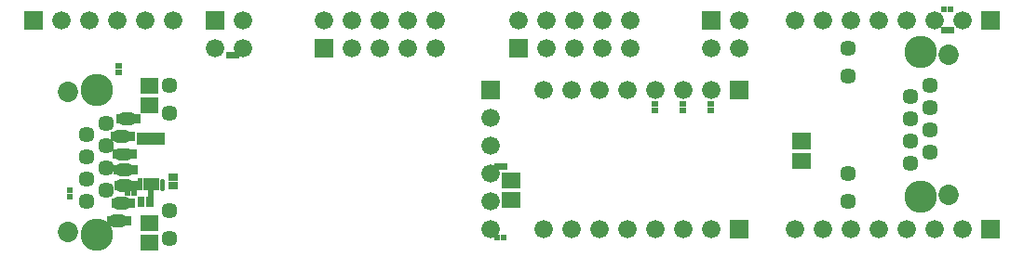
<source format=gbr>
G04 start of page 7 for group -4062 idx -4062 *
G04 Title: (unknown), soldermask *
G04 Creator: pcb 1.99z *
G04 CreationDate: Sat 29 Oct 2016 01:04:32 AM GMT UTC *
G04 For: commonadmin *
G04 Format: Gerber/RS-274X *
G04 PCB-Dimensions (mil): 4000.00 3000.00 *
G04 PCB-Coordinate-Origin: lower left *
%MOIN*%
%FSLAX25Y25*%
%LNBOTTOMMASK*%
%ADD73R,0.0180X0.0180*%
%ADD72C,0.0180*%
%ADD71R,0.0257X0.0257*%
%ADD70R,0.0572X0.0572*%
%ADD69R,0.0200X0.0200*%
%ADD68C,0.0200*%
%ADD67C,0.0729*%
%ADD66C,0.1162*%
%ADD65C,0.0572*%
%ADD64C,0.0660*%
%ADD63C,0.0001*%
G54D63*G36*
X74200Y96331D02*Y89731D01*
X80800D01*
Y96331D01*
X74200D01*
G37*
G54D64*X77500Y83031D03*
X87500D03*
Y93031D03*
X32500D03*
X42500D03*
X52500D03*
X62500D03*
G54D63*G36*
X113200Y86331D02*Y79731D01*
X119800D01*
Y86331D01*
X113200D01*
G37*
G54D64*X116500Y93031D03*
X126500Y83031D03*
Y93031D03*
X136500Y83031D03*
Y93031D03*
X146500Y83031D03*
Y93031D03*
X156500Y83031D03*
Y93031D03*
G54D63*G36*
X261700Y21331D02*Y14731D01*
X268300D01*
Y21331D01*
X261700D01*
G37*
G54D64*X255000Y18031D03*
X245000D03*
X235000D03*
X225000D03*
X215000D03*
X205000D03*
X195000D03*
X176000D03*
G54D65*X60984Y24528D03*
Y14488D03*
G54D66*X35000Y16063D03*
G54D67*X24961Y16850D03*
G54D63*G36*
X9200Y96331D02*Y89731D01*
X15800D01*
Y96331D01*
X9200D01*
G37*
G54D64*X22500Y93031D03*
G54D65*X60984Y59567D03*
Y69606D03*
X38543Y56102D03*
X31457Y27992D03*
Y36024D03*
Y52087D03*
Y44055D03*
X38543Y48071D03*
Y32008D03*
Y40039D03*
G54D66*X35000Y68031D03*
G54D67*X24961Y67244D03*
G54D63*G36*
X261700Y71331D02*Y64731D01*
X268300D01*
Y71331D01*
X261700D01*
G37*
G54D64*X255000Y68031D03*
X245000D03*
X235000D03*
X225000D03*
X215000D03*
X205000D03*
X195000D03*
G54D63*G36*
X172700Y71331D02*Y64731D01*
X179300D01*
Y71331D01*
X172700D01*
G37*
G54D64*X176000Y58031D03*
Y48031D03*
Y38031D03*
Y28031D03*
G54D63*G36*
X251700Y96331D02*Y89731D01*
X258300D01*
Y96331D01*
X251700D01*
G37*
G54D64*X255000Y83031D03*
X265000D03*
Y93031D03*
G54D63*G36*
X182700Y86331D02*Y79731D01*
X189300D01*
Y86331D01*
X182700D01*
G37*
G54D64*X186000Y93031D03*
X196000Y83031D03*
Y93031D03*
X206000Y83031D03*
Y93031D03*
X216000Y83031D03*
X226000D03*
X216000Y93031D03*
X226000D03*
G54D63*G36*
X351700Y21331D02*Y14731D01*
X358300D01*
Y21331D01*
X351700D01*
G37*
G54D64*X345000Y18031D03*
X335000D03*
X325000D03*
G54D63*G36*
X351700Y96331D02*Y89731D01*
X358300D01*
Y96331D01*
X351700D01*
G37*
G54D64*X345000Y93031D03*
X335000D03*
X325000D03*
X315000D03*
X305000D03*
X295000D03*
X285000D03*
G54D65*X304016Y73051D03*
X326457Y65571D03*
X333543Y69587D03*
G54D66*X330000Y81516D03*
G54D67*X340039Y80728D03*
G54D65*X304016Y83091D03*
G54D64*X315000Y18031D03*
X305000D03*
G54D65*X304016Y38012D03*
Y27972D03*
G54D64*X295000Y18031D03*
X285000D03*
G54D65*X326457Y41476D03*
Y49508D03*
Y57539D03*
X333543Y61555D03*
Y45492D03*
Y53524D03*
G54D66*X330000Y29547D03*
G54D67*X340039Y30335D03*
G54D68*X41100Y19631D02*X44100D01*
X44800Y20331D01*
X43200Y20231D02*X43800Y19631D01*
X42600D02*X43200Y20231D01*
G54D69*X44800Y20331D02*X46300D01*
G54D70*X53607Y20117D02*X54393D01*
X53607Y13031D02*X54393D01*
G54D69*X39900Y20331D02*X40400D01*
G54D68*X41100Y19631D01*
X41400D02*X42000Y20231D01*
X42600Y19631D01*
X41000Y22231D02*X44100D01*
X40400Y21631D02*X41000Y22231D01*
G54D69*X39900Y21631D02*X40400D01*
G54D68*X42500Y22231D02*X43200Y21531D01*
X42000D02*X42700Y22231D01*
X41300D02*X42000Y21531D01*
X44100Y22231D02*X44700Y21631D01*
G54D69*X46300D01*
G54D68*X43200Y21531D02*X43900Y22231D01*
X44100D01*
X42600Y26031D02*X45600D01*
X46300Y26731D01*
X44700Y26631D02*X45300Y26031D01*
X44100D02*X44700Y26631D01*
G54D69*X46300Y26731D02*X47800D01*
G54D68*X41900D02*X42600Y26031D01*
X42900D02*X43500Y26631D01*
X44100Y26031D01*
G54D69*X41400Y26731D02*X41900D01*
G54D68*X45600Y28631D02*X46200Y28031D01*
G54D69*X47800D01*
G54D68*X44700Y27931D02*X45400Y28631D01*
X45600D01*
X41900Y28031D02*X42500Y28631D01*
G54D69*X41400Y28031D02*X41900D01*
G54D68*X42500Y28631D02*X45600D01*
X44000D02*X44700Y27931D01*
X43500D02*X44200Y28631D01*
X42800D02*X43500Y27931D01*
G54D71*X54148Y28193D02*Y27407D01*
X51000Y28193D02*Y27407D01*
G54D63*G36*
X83913Y81618D02*Y79444D01*
X86087D01*
Y81618D01*
X83913D01*
G37*
G36*
X81551D02*Y79444D01*
X83725D01*
Y81618D01*
X81551D01*
G37*
G36*
X339913Y90618D02*Y88444D01*
X342087D01*
Y90618D01*
X339913D01*
G37*
G36*
X337551D02*Y88444D01*
X339725D01*
Y90618D01*
X337551D01*
G37*
G36*
X339775Y98118D02*Y95944D01*
X341949D01*
Y98118D01*
X339775D01*
G37*
G36*
X337413D02*Y95944D01*
X339587D01*
Y98118D01*
X337413D01*
G37*
G54D68*X43550Y32331D02*X46550D01*
X47250Y33031D01*
X45650Y32931D02*X46250Y32331D01*
X45050D02*X45650Y32931D01*
G54D69*X47250Y33031D02*X48750D01*
G54D68*X42850D02*X43550Y32331D01*
X43850D02*X44450Y32931D01*
X45050Y32331D01*
G54D63*G36*
X47413Y32118D02*Y29944D01*
X49587D01*
Y32118D01*
X47413D01*
G37*
G36*
X53413Y31887D02*Y29713D01*
X55587D01*
Y31887D01*
X53413D01*
G37*
G36*
Y29525D02*Y27351D01*
X55587D01*
Y29525D01*
X53413D01*
G37*
G36*
X45051Y32118D02*Y29944D01*
X47225D01*
Y32118D01*
X45051D01*
G37*
G36*
X24413Y33118D02*Y30944D01*
X26587D01*
Y33118D01*
X24413D01*
G37*
G36*
Y30756D02*Y28582D01*
X26587D01*
Y30756D01*
X24413D01*
G37*
G54D69*X42350Y33031D02*X42850D01*
G54D68*X46550Y34931D02*X47150Y34331D01*
G54D69*X48750D01*
G54D68*X45650Y34231D02*X46350Y34931D01*
X46550D01*
X42850Y34331D02*X43450Y34931D01*
G54D69*X42350Y34331D02*X42850D01*
G54D68*X43450Y34931D02*X46550D01*
X44950D02*X45650Y34231D01*
X44450D02*X45150Y34931D01*
X43750D02*X44450Y34231D01*
G54D72*X58500Y35331D02*Y32731D01*
G54D71*X62107Y33532D02*X62893D01*
X62107Y36680D02*X62893D01*
G54D73*X56500Y35331D02*Y32731D01*
X54500Y35331D02*Y32731D01*
X52600Y35331D02*Y32731D01*
X50600Y35331D02*Y32731D01*
G54D68*X43450Y38031D02*X46450D01*
X47150Y38731D01*
X45550Y38631D02*X46150Y38031D01*
X44950D02*X45550Y38631D01*
G54D69*X47150Y38731D02*X48650D01*
G54D68*X42750D02*X43450Y38031D01*
X43750D02*X44350Y38631D01*
X44950Y38031D01*
G54D70*X183107Y28446D02*X183893D01*
X183107Y35532D02*X183893D01*
G54D63*G36*
X177413Y16118D02*Y13944D01*
X179587D01*
Y16118D01*
X177413D01*
G37*
G36*
X179775D02*Y13944D01*
X181949D01*
Y16118D01*
X179775D01*
G37*
G54D73*X50500Y51831D02*Y49231D01*
X52500Y51831D02*Y49231D01*
X54500Y51831D02*Y49231D01*
X56400Y51831D02*Y49231D01*
X58400Y51831D02*Y49231D01*
G54D70*X287107Y42531D02*X287893D01*
X287107Y49617D02*X287893D01*
G54D63*G36*
X179913Y41618D02*Y39444D01*
X182087D01*
Y41618D01*
X179913D01*
G37*
G36*
X177551D02*Y39444D01*
X179725D01*
Y41618D01*
X177551D01*
G37*
G54D68*X44450Y56331D02*X47450D01*
X48150Y57031D01*
X46550Y56931D02*X47150Y56331D01*
X45950D02*X46550Y56931D01*
G54D69*X48150Y57031D02*X49650D01*
G54D68*X43750D02*X44450Y56331D01*
X44750D02*X45350Y56931D01*
X45950Y56331D01*
G54D70*X53607Y62446D02*X54393D01*
G54D69*X43250Y57031D02*X43750D01*
G54D68*X47450Y58931D02*X48050Y58331D01*
G54D69*X49650D01*
G54D68*X46550Y58231D02*X47250Y58931D01*
X47450D01*
X43750Y58331D02*X44350Y58931D01*
G54D69*X43250Y58331D02*X43750D01*
G54D68*X44350Y58931D02*X47450D01*
X45850D02*X46550Y58231D01*
X45350D02*X46050Y58931D01*
X44650D02*X45350Y58231D01*
G54D63*G36*
X243913Y61756D02*Y59582D01*
X246087D01*
Y61756D01*
X243913D01*
G37*
G36*
X253913D02*Y59582D01*
X256087D01*
Y61756D01*
X253913D01*
G37*
G36*
Y64118D02*Y61944D01*
X256087D01*
Y64118D01*
X253913D01*
G37*
G36*
X233913Y61756D02*Y59582D01*
X236087D01*
Y61756D01*
X233913D01*
G37*
G36*
Y64118D02*Y61944D01*
X236087D01*
Y64118D01*
X233913D01*
G37*
G36*
X243913D02*Y61944D01*
X246087D01*
Y64118D01*
X243913D01*
G37*
G54D69*X42250Y38731D02*X42750D01*
G54D68*Y40031D02*X43350Y40631D01*
G54D69*X42250Y40031D02*X42750D01*
G54D68*X43350Y40631D02*X46450D01*
X44850D02*X45550Y39931D01*
X44350D02*X45050Y40631D01*
X43650D02*X44350Y39931D01*
X46450Y40631D02*X47050Y40031D01*
G54D69*X48650D01*
G54D68*X45550Y39931D02*X46250Y40631D01*
X46450D01*
X46100Y43531D02*X46800Y44231D01*
G54D69*X48300D01*
G54D68*X42400D02*X43100Y43531D01*
G54D69*X41900Y44231D02*X42400D01*
G54D68*X43100Y43531D02*X46100D01*
X45200Y44131D02*X45800Y43531D01*
X44600D02*X45200Y44131D01*
X43400Y43531D02*X44000Y44131D01*
X44600Y43531D01*
X46100Y46131D02*X46700Y45531D01*
G54D69*X48300D01*
G54D68*X45200Y45431D02*X45900Y46131D01*
X46100D01*
X43000D02*X46100D01*
X44500D02*X45200Y45431D01*
X44000D02*X44700Y46131D01*
X43300D02*X44000Y45431D01*
X42400Y45531D02*X43000Y46131D01*
G54D69*X41900Y45531D02*X42400D01*
X41250Y50731D02*X41750D01*
G54D63*G36*
X41913Y77799D02*Y75625D01*
X44087D01*
Y77799D01*
X41913D01*
G37*
G36*
Y75437D02*Y73263D01*
X44087D01*
Y75437D01*
X41913D01*
G37*
G54D68*X42450Y50031D02*X45450D01*
X46150Y50731D01*
X44550Y50631D02*X45150Y50031D01*
X43950D02*X44550Y50631D01*
G54D69*X46150Y50731D02*X47650D01*
G54D70*X53607Y69532D02*X54393D01*
G54D68*X41750Y50731D02*X42450Y50031D01*
X42750D02*X43350Y50631D01*
X43950Y50031D01*
X42350Y52631D02*X45450D01*
X41750Y52031D02*X42350Y52631D01*
G54D69*X41250Y52031D02*X41750D01*
G54D68*X43350Y51931D02*X44050Y52631D01*
X42650D02*X43350Y51931D01*
X45450Y52631D02*X46050Y52031D01*
G54D69*X47650D01*
G54D68*X44550Y51931D02*X45250Y52631D01*
X45450D01*
X43850D02*X44550Y51931D01*
M02*

</source>
